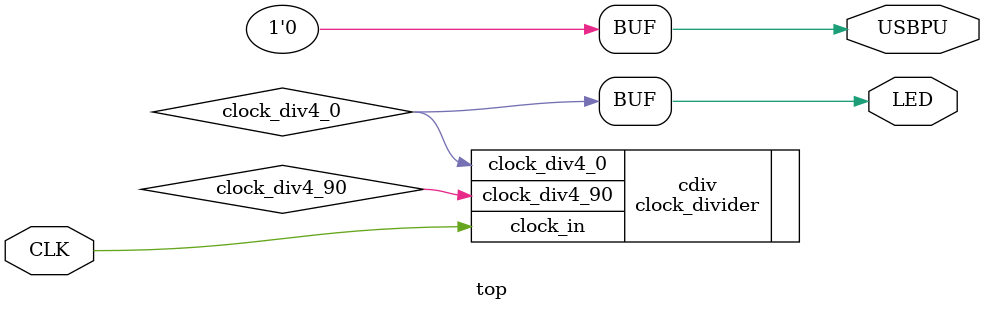
<source format=v>
module top (
	input CLK,    // 16MHz clock
	output LED,   // User/boot LED next to power LED
	output USBPU
);

wire clock_div4_0;
wire clock_div4_90;

// drive USB pull-up resistor to '0' to disable USB
assign USBPU = 0;

clock_divider cdiv (.clock_in(CLK),
	.clock_div4_0(clock_div4_0),
	.clock_div4_90(clock_div4_90));


// light up the LED according to the pattern
assign LED = clock_div4_0;

endmodule

</source>
